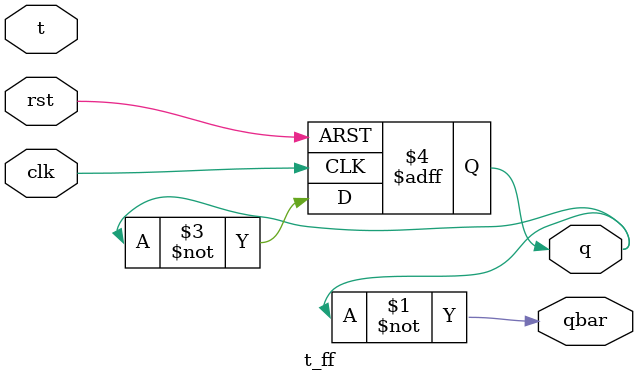
<source format=v>
module t_ff (t,clk,rst,q,qbar);

input t,clk,rst;
output reg q;
output qbar;

assign qbar=~q;

    always@(posedge clk or posedge rst)
        begin
           if (rst)
               q<=0;

           else
               q<=~q;
        end
endmodule

</source>
